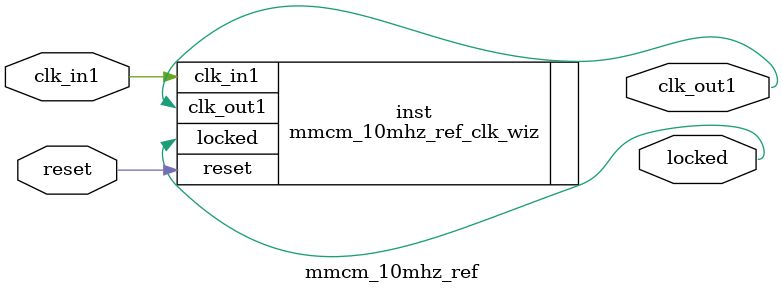
<source format=v>


`timescale 1ps/1ps

(* CORE_GENERATION_INFO = "mmcm_10mhz_ref,clk_wiz_v5_4_0_0,{component_name=mmcm_10mhz_ref,use_phase_alignment=true,use_min_o_jitter=false,use_max_i_jitter=false,use_dyn_phase_shift=false,use_inclk_switchover=false,use_dyn_reconfig=false,enable_axi=0,feedback_source=FDBK_AUTO,PRIMITIVE=MMCM,num_out_clk=1,clkin1_period=10.000,clkin2_period=10.000,use_power_down=false,use_reset=true,use_locked=true,use_inclk_stopped=false,feedback_type=SINGLE,CLOCK_MGR_TYPE=NA,manual_override=false}" *)

module mmcm_10mhz_ref 
 (
  // Clock out ports
  output        clk_out1,
  // Status and control signals
  input         reset,
  output        locked,
 // Clock in ports
  input         clk_in1
 );

  mmcm_10mhz_ref_clk_wiz inst
  (
  // Clock out ports  
  .clk_out1(clk_out1),
  // Status and control signals               
  .reset(reset), 
  .locked(locked),
 // Clock in ports
  .clk_in1(clk_in1)
  );

endmodule

</source>
